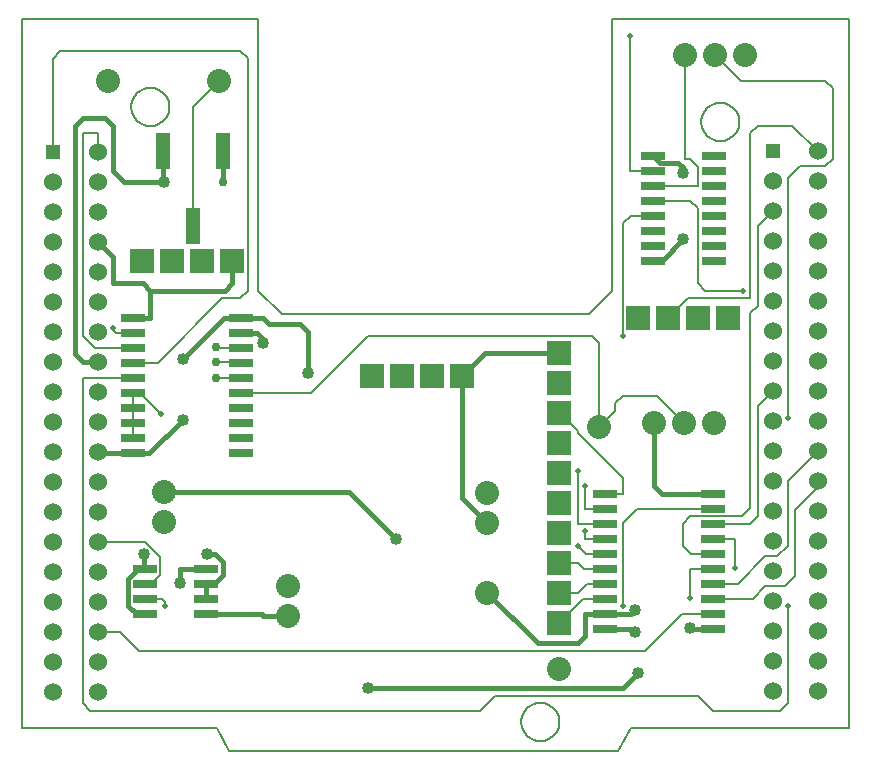
<source format=gbr>
G04 PROTEUS GERBER X2 FILE*
%TF.GenerationSoftware,Labcenter,Proteus,8.12-SP2-Build31155*%
%TF.CreationDate,2024-12-01T22:34:02+00:00*%
%TF.FileFunction,Copper,L1,Top*%
%TF.FilePolarity,Positive*%
%TF.Part,Single*%
%TF.SameCoordinates,{8af06a29-b4e8-4d9f-b474-ceea615e185d}*%
%FSLAX45Y45*%
%MOMM*%
G01*
%TA.AperFunction,Conductor*%
%ADD10C,0.381000*%
%ADD11C,0.203200*%
%TA.AperFunction,ViaPad*%
%ADD12C,1.016000*%
%ADD13C,0.762000*%
%ADD14C,0.508000*%
%TA.AperFunction,ComponentPad*%
%ADD15R,1.270000X1.270000*%
%ADD16C,1.524000*%
%TA.AperFunction,SMDPad,CuDef*%
%ADD17R,2.032000X0.635000*%
%TA.AperFunction,ComponentPad*%
%ADD18R,2.032000X2.032000*%
%TA.AperFunction,ComponentPad*%
%ADD19C,2.032000*%
%TA.AperFunction,SMDPad,CuDef*%
%ADD70R,1.270000X3.048000*%
%TA.AperFunction,Profile*%
%ADD71C,0.203200*%
%TD.AperFunction*%
D10*
X+641000Y+3098000D02*
X+515500Y+3098000D01*
X+452000Y+3161500D01*
X+452000Y+5095500D01*
X+515500Y+5159000D01*
X+706000Y+5159000D01*
X+769500Y+5095500D01*
X+769500Y+4714500D01*
X+864000Y+4620000D01*
X+1200000Y+4620000D01*
X+1196000Y+4624000D01*
X+1196000Y+4887500D01*
X+5600000Y+4700000D02*
X+5600000Y+4744158D01*
X+5558168Y+4785990D01*
X+5398160Y+4785990D01*
X+5339650Y+4844500D01*
X+2928500Y+333000D02*
X+5087500Y+333000D01*
X+5214500Y+460000D01*
X+1857200Y+3471500D02*
X+2039500Y+3471500D01*
X+2093195Y+3417805D01*
X+2357000Y+3417805D01*
X+2420500Y+3354305D01*
X+2420500Y+3000000D01*
X+5191419Y+808581D02*
X+5162919Y+837081D01*
X+4934219Y+837081D01*
X+1857200Y+3471500D02*
X+1790813Y+3471500D01*
X+1722000Y+3471500D01*
X+1360000Y+3120000D02*
X+1711500Y+3471500D01*
X+1722000Y+3471500D01*
X+1560350Y+1213500D02*
X+1560350Y+1086500D01*
X+1560350Y+1213500D02*
X+1623324Y+1213500D01*
X+1703040Y+1293216D01*
X+1703040Y+1401660D01*
X+1634700Y+1470000D01*
X+1570000Y+1470000D01*
D11*
X+1670000Y+5480000D02*
X+1450000Y+5260000D01*
X+1450000Y+4252500D01*
X+1640000Y+3220000D02*
X+1642500Y+3217500D01*
X+1811431Y+3217500D01*
X+1857200Y+3217500D01*
X+769500Y+3381000D02*
X+769500Y+3369900D01*
X+794900Y+3344500D01*
X+942800Y+3344500D01*
X+641000Y+1574000D02*
X+1037803Y+1574000D01*
X+1169872Y+1441931D01*
X+1169872Y+1297864D01*
X+1079019Y+1207011D01*
X+1047869Y+1207011D01*
X+1039650Y+1213500D01*
X+1214000Y+1031500D02*
X+1214000Y+1061100D01*
X+1188600Y+1086500D01*
X+1039650Y+1086500D01*
X+6103500Y+3698500D02*
X+5786000Y+3698500D01*
X+5722500Y+3762000D01*
X+5722500Y+4397000D01*
X+5656000Y+4463500D01*
X+5339650Y+4463500D01*
X+5087500Y+3317500D02*
X+5087500Y+4270000D01*
X+5154000Y+4336500D01*
X+5339650Y+4336500D01*
D10*
X+4934219Y+964081D02*
X+4770000Y+964081D01*
X+4770000Y+777500D01*
X+4706500Y+714000D01*
X+4366000Y+714000D01*
X+3940000Y+1140000D01*
X+1780000Y+3950000D02*
X+1780000Y+3762000D01*
X+1716500Y+3698500D01*
X+1087000Y+3698500D01*
X+5350000Y+2580000D02*
X+5350000Y+2047500D01*
X+5417419Y+1980081D01*
X+5848619Y+1980081D01*
X+1200000Y+2000000D02*
X+2770000Y+2000000D01*
X+3170000Y+1600000D01*
X+3940000Y+1730000D02*
X+3722000Y+1948000D01*
X+3722000Y+2980000D01*
X+4550000Y+3176000D02*
X+3918000Y+3176000D01*
X+3722000Y+2980000D01*
X+1087000Y+3698500D02*
X+1087000Y+3471500D01*
X+942800Y+3471500D01*
X+769500Y+3762000D02*
X+1023500Y+3762000D01*
X+1087000Y+3698500D01*
X+641000Y+4114000D02*
X+769500Y+3985500D01*
X+769500Y+3762000D01*
X+641000Y+2336000D02*
X+648500Y+2328500D01*
X+942800Y+2328500D01*
X+2039500Y+3254000D02*
X+2039500Y+3293700D01*
X+1988700Y+3344500D01*
X+1857200Y+3344500D01*
X+5818233Y+837081D02*
X+5786436Y+837081D01*
X+5662919Y+837081D01*
X+5659000Y+841000D01*
X+5848619Y+837081D02*
X+5818233Y+837081D01*
X+1700000Y+4620000D02*
X+1704000Y+4624000D01*
X+1704000Y+4887500D01*
X+4934219Y+964081D02*
X+5154081Y+964081D01*
X+5190000Y+1000000D01*
X+1039650Y+1340500D02*
X+980093Y+1340500D01*
X+901295Y+1261702D01*
X+901295Y+1032709D01*
X+974504Y+959500D01*
X+1039650Y+959500D01*
X+1039650Y+1340500D02*
X+1030000Y+1350150D01*
X+1030000Y+1470000D01*
X+5600000Y+4140000D02*
X+5415500Y+3955500D01*
X+5339650Y+3955500D01*
X+942800Y+2328500D02*
X+1078500Y+2328500D01*
X+1360000Y+2610000D01*
D11*
X+1640000Y+3100000D02*
X+1847700Y+3100000D01*
X+1857200Y+3090500D01*
X+641000Y+4876000D02*
X+641000Y+5032000D01*
X+515500Y+5032000D01*
X+515500Y+3317500D01*
X+615500Y+3217500D01*
X+942800Y+3217500D01*
D10*
X+2250000Y+950000D02*
X+2039500Y+950000D01*
X+2030000Y+959500D01*
X+1560350Y+959500D01*
X+1341000Y+1222000D02*
X+1341000Y+1340500D01*
X+1560350Y+1340500D01*
D11*
X+950000Y+2836500D02*
X+1003500Y+2836500D01*
X+1180000Y+2660000D02*
X+1003500Y+2836500D01*
X+942800Y+2836500D02*
X+950000Y+2836500D01*
X+942800Y+2836500D02*
X+942800Y+2709500D01*
X+942800Y+2582500D01*
X+942800Y+2455500D01*
X+1640000Y+2960000D02*
X+1853700Y+2960000D01*
X+1857200Y+2963500D01*
X+942800Y+3090500D02*
X+1150500Y+3090500D01*
X+1695000Y+3635000D01*
X+1849000Y+3635000D01*
X+1912500Y+3698500D01*
X+1912500Y+5667000D01*
X+1849000Y+5730500D01*
X+325000Y+5730500D01*
X+260000Y+5665500D01*
X+260000Y+4876000D01*
X+6737000Y+4880000D02*
X+6521500Y+5095500D01*
X+6230500Y+5095500D01*
X+6167000Y+5032000D01*
X+6167000Y+3635000D01*
X+5637000Y+3635000D01*
X+5472000Y+3470000D01*
X+4890000Y+2550000D02*
X+4890000Y+3254000D01*
X+4826500Y+3317500D01*
X+2928500Y+3317500D01*
X+2447500Y+2836500D01*
X+1857200Y+2836500D01*
X+4890000Y+2550000D02*
X+5024000Y+2684000D01*
X+5024000Y+2746000D01*
X+5087500Y+2809500D01*
X+5374500Y+2809500D01*
X+5604000Y+2580000D01*
X+6484500Y+1031500D02*
X+6484500Y+206000D01*
X+6421000Y+142500D01*
X+5849500Y+142500D01*
X+5722500Y+269500D01*
X+4008000Y+269500D01*
X+3881000Y+142500D01*
X+579000Y+142500D01*
X+515500Y+206000D01*
X+515500Y+2963500D01*
X+942800Y+2963500D01*
X+641000Y+812000D02*
X+833000Y+812000D01*
X+994500Y+650500D01*
X+5278000Y+650500D01*
X+5591581Y+964081D01*
X+5848619Y+964081D01*
X+4550000Y+890000D02*
X+4751081Y+1091081D01*
X+4934219Y+1091081D01*
X+6682500Y+1982500D02*
X+6548000Y+1848000D01*
X+6548000Y+1285500D01*
X+6459500Y+1197000D01*
X+6294000Y+1197000D01*
X+6188081Y+1091081D01*
X+5848619Y+1091081D01*
X+6682500Y+1982500D02*
X+6737000Y+2037000D01*
X+6737000Y+2086000D01*
X+4550000Y+1144000D02*
X+4706500Y+1144000D01*
X+4780581Y+1218081D01*
X+4934219Y+1218081D01*
X+6737000Y+2340000D02*
X+6484500Y+2087500D01*
X+6484500Y+1539500D01*
X+6396000Y+1451000D01*
X+6294000Y+1451000D01*
X+6061081Y+1218081D01*
X+5848619Y+1218081D01*
X+4550000Y+1398000D02*
X+4706500Y+1398000D01*
X+4759419Y+1345081D01*
X+4934219Y+1345081D01*
X+5659000Y+1095000D02*
X+5659000Y+1345081D01*
X+5848619Y+1345081D01*
X+4706500Y+1539500D02*
X+4773919Y+1472081D01*
X+4934219Y+1472081D01*
X+6356000Y+4372000D02*
X+6230500Y+4246500D01*
X+6230500Y+3571500D01*
X+6167000Y+3508000D01*
X+6167000Y+1857000D01*
X+6099581Y+1789581D01*
X+5659000Y+1789581D01*
X+5595500Y+1726081D01*
X+5595500Y+1539500D01*
X+5662919Y+1472081D01*
X+5848619Y+1472081D01*
X+4770000Y+1666500D02*
X+4770000Y+1599081D01*
X+4934219Y+1599081D01*
X+6040000Y+1349000D02*
X+6040000Y+1599081D01*
X+5848619Y+1599081D01*
X+4706500Y+2174500D02*
X+4706500Y+1726081D01*
X+4934219Y+1726081D01*
X+6356000Y+2848000D02*
X+6230500Y+2722500D01*
X+6230500Y+1793500D01*
X+6163081Y+1726081D01*
X+5848619Y+1726081D01*
X+4770000Y+2047500D02*
X+4770000Y+1853081D01*
X+4934219Y+1853081D01*
X+5087500Y+1031500D02*
X+5087500Y+1730000D01*
X+5210581Y+1853081D01*
X+5848619Y+1853081D01*
X+4550000Y+2668000D02*
X+4706500Y+2511500D01*
X+4706500Y+2492000D01*
X+5087500Y+2111000D01*
X+5087500Y+1980081D01*
X+4934219Y+1980081D01*
X+6484500Y+2619000D02*
X+6484500Y+4651000D01*
X+6586500Y+4753000D01*
X+6802000Y+4753000D01*
X+6865500Y+4816500D01*
X+6865500Y+5413000D01*
X+6802000Y+5476500D01*
X+6089500Y+5476500D01*
X+5866000Y+5700000D01*
X+5151000Y+5857500D02*
X+5151000Y+4717500D01*
X+5339650Y+4717500D01*
X+5612000Y+4812000D02*
X+5659000Y+4812000D01*
X+5722500Y+4748500D01*
X+5722500Y+4590500D01*
X+5339650Y+4590500D01*
X+5612000Y+4812000D02*
X+5612000Y+5700000D01*
D12*
X+1200000Y+4620000D03*
X+5600000Y+4700000D03*
X+5214500Y+460000D03*
X+2928500Y+333000D03*
X+2420500Y+3000000D03*
X+5191419Y+808581D03*
X+1360000Y+3120000D03*
X+1570000Y+1470000D03*
D13*
X+1640000Y+3220000D03*
D14*
X+769500Y+3381000D03*
X+1214000Y+1031500D03*
X+6103500Y+3698500D03*
X+5087500Y+3317500D03*
D12*
X+5659000Y+841000D03*
X+2039500Y+3254000D03*
X+3170000Y+1600000D03*
D13*
X+1700000Y+4620000D03*
D12*
X+5190000Y+1000000D03*
X+1030000Y+1470000D03*
X+5600000Y+4140000D03*
X+1360000Y+2610000D03*
D13*
X+1640000Y+3100000D03*
D12*
X+1341000Y+1222000D03*
D14*
X+1180000Y+2660000D03*
D13*
X+1640000Y+2960000D03*
D14*
X+6484500Y+1031500D03*
X+5659000Y+1095000D03*
X+4706500Y+1539500D03*
X+4770000Y+1666500D03*
X+6040000Y+1349000D03*
X+4706500Y+2174500D03*
X+4770000Y+2047500D03*
X+5087500Y+1031500D03*
X+6484500Y+2619000D03*
X+5151000Y+5857500D03*
D15*
X+260000Y+4876000D03*
D16*
X+641000Y+4876000D03*
X+260000Y+4622000D03*
X+641000Y+4622000D03*
X+260000Y+4368000D03*
X+641000Y+4368000D03*
X+260000Y+4114000D03*
X+641000Y+4114000D03*
X+260000Y+3860000D03*
X+641000Y+3860000D03*
X+260000Y+3606000D03*
X+641000Y+3606000D03*
X+260000Y+3352000D03*
X+641000Y+3352000D03*
X+260000Y+3098000D03*
X+641000Y+3098000D03*
X+260000Y+2844000D03*
X+641000Y+2844000D03*
X+260000Y+2590000D03*
X+641000Y+2590000D03*
X+260000Y+2336000D03*
X+641000Y+2336000D03*
X+260000Y+2082000D03*
X+641000Y+2082000D03*
X+260000Y+1828000D03*
X+641000Y+1828000D03*
X+260000Y+1574000D03*
X+641000Y+1574000D03*
X+260000Y+1320000D03*
X+641000Y+1320000D03*
X+260000Y+1066000D03*
X+641000Y+1066000D03*
X+260000Y+812000D03*
X+641000Y+812000D03*
X+260000Y+558000D03*
X+641000Y+558000D03*
X+260000Y+304000D03*
X+641000Y+304000D03*
D15*
X+6356000Y+4880000D03*
D16*
X+6737000Y+4880000D03*
X+6356000Y+4626000D03*
X+6737000Y+4626000D03*
X+6356000Y+4372000D03*
X+6737000Y+4372000D03*
X+6356000Y+4118000D03*
X+6737000Y+4118000D03*
X+6356000Y+3864000D03*
X+6737000Y+3864000D03*
X+6356000Y+3610000D03*
X+6737000Y+3610000D03*
X+6356000Y+3356000D03*
X+6737000Y+3356000D03*
X+6356000Y+3102000D03*
X+6737000Y+3102000D03*
X+6356000Y+2848000D03*
X+6737000Y+2848000D03*
X+6356000Y+2594000D03*
X+6737000Y+2594000D03*
X+6356000Y+2340000D03*
X+6737000Y+2340000D03*
X+6356000Y+2086000D03*
X+6737000Y+2086000D03*
X+6356000Y+1832000D03*
X+6737000Y+1832000D03*
X+6356000Y+1578000D03*
X+6737000Y+1578000D03*
X+6356000Y+1324000D03*
X+6737000Y+1324000D03*
X+6356000Y+1070000D03*
X+6737000Y+1070000D03*
X+6356000Y+816000D03*
X+6737000Y+816000D03*
X+6356000Y+562000D03*
X+6737000Y+562000D03*
X+6356000Y+308000D03*
X+6737000Y+308000D03*
D17*
X+5848619Y+837081D03*
X+5848619Y+964081D03*
X+5848619Y+1091081D03*
X+5848619Y+1218081D03*
X+5848619Y+1345081D03*
X+5848619Y+1472081D03*
X+5848619Y+1599081D03*
X+5848619Y+1726081D03*
X+5848619Y+1853081D03*
X+5848619Y+1980081D03*
X+4934219Y+1980081D03*
X+4934219Y+1853081D03*
X+4934219Y+1726081D03*
X+4934219Y+1599081D03*
X+4934219Y+1472081D03*
X+4934219Y+1345081D03*
X+4934219Y+1218081D03*
X+4934219Y+1091081D03*
X+4934219Y+964081D03*
X+4934219Y+837081D03*
D18*
X+4550000Y+890000D03*
X+4550000Y+1144000D03*
X+4550000Y+1398000D03*
X+4550000Y+1652000D03*
X+4550000Y+1906000D03*
X+4550000Y+2160000D03*
X+4550000Y+2414000D03*
X+4550000Y+2668000D03*
X+4550000Y+2922000D03*
X+4550000Y+3176000D03*
D19*
X+1200000Y+2000000D03*
X+1200000Y+1746000D03*
X+3940000Y+1730000D03*
X+3940000Y+1984000D03*
D17*
X+1560350Y+959500D03*
X+1560350Y+1086500D03*
X+1560350Y+1213500D03*
X+1560350Y+1340500D03*
X+1039650Y+1340500D03*
X+1039650Y+1213500D03*
X+1039650Y+1086500D03*
X+1039650Y+959500D03*
D19*
X+2250000Y+950000D03*
X+2250000Y+1204000D03*
D70*
X+1704000Y+4887500D03*
X+1196000Y+4887500D03*
X+1450000Y+4252500D03*
D17*
X+942800Y+3471500D03*
X+942800Y+3344500D03*
X+942800Y+3217500D03*
X+942800Y+3090500D03*
X+942800Y+2963500D03*
X+942800Y+2836500D03*
X+942800Y+2709500D03*
X+942800Y+2582500D03*
X+942800Y+2455500D03*
X+942800Y+2328500D03*
X+1857200Y+2328500D03*
X+1857200Y+2455500D03*
X+1857200Y+2582500D03*
X+1857200Y+2709500D03*
X+1857200Y+2836500D03*
X+1857200Y+2963500D03*
X+1857200Y+3090500D03*
X+1857200Y+3217500D03*
X+1857200Y+3344500D03*
X+1857200Y+3471500D03*
X+5339650Y+4844500D03*
X+5339650Y+4717500D03*
X+5339650Y+4590500D03*
X+5339650Y+4463500D03*
X+5339650Y+4336500D03*
X+5339650Y+4209500D03*
X+5339650Y+4082500D03*
X+5339650Y+3955500D03*
X+5860350Y+3955500D03*
X+5860350Y+4082500D03*
X+5860350Y+4209500D03*
X+5860350Y+4336500D03*
X+5860350Y+4463500D03*
X+5860350Y+4590500D03*
X+5860350Y+4717500D03*
X+5860350Y+4844500D03*
D18*
X+3722000Y+2980000D03*
X+3468000Y+2980000D03*
X+3214000Y+2980000D03*
X+2960000Y+2980000D03*
X+1780000Y+3950000D03*
X+1526000Y+3950000D03*
X+1272000Y+3950000D03*
X+1018000Y+3950000D03*
X+5980000Y+3470000D03*
X+5726000Y+3470000D03*
X+5472000Y+3470000D03*
X+5218000Y+3470000D03*
D19*
X+6120000Y+5700000D03*
X+5866000Y+5700000D03*
X+5612000Y+5700000D03*
X+5350000Y+2580000D03*
X+5604000Y+2580000D03*
X+5858000Y+2580000D03*
X+3940000Y+1140000D03*
X+4550000Y+500000D03*
X+730000Y+5480000D03*
X+1670000Y+5480000D03*
X+4890000Y+2550000D03*
D71*
X+0Y+0D02*
X+1650000Y+0D01*
X+7000000Y+0D02*
X+7000000Y+6000000D01*
X+5000000Y+6000000D01*
X+5000000Y+3700000D01*
X+4800000Y+3500000D01*
X+2200000Y+3500000D01*
X+2000000Y+3700000D02*
X+2000000Y+6000000D01*
X+0Y+6000000D01*
X+0Y+0D01*
X+2000000Y+3700000D02*
X+2200000Y+3500000D01*
X+5160000Y+0D02*
X+7000000Y+0D01*
X+1750000Y-200000D02*
X+5050000Y-200000D01*
X+1650000Y+0D02*
X+1750000Y-200000D01*
X+5160000Y+0D02*
X+5050000Y-200000D01*
X+4550045Y+50000D02*
X+4549508Y+63142D01*
X+4545144Y+89427D01*
X+4536029Y+115712D01*
X+4521182Y+141997D01*
X+4498470Y+168118D01*
X+4472185Y+187898D01*
X+4445900Y+200658D01*
X+4419615Y+208108D01*
X+4393330Y+210987D01*
X+4389000Y+211045D01*
X+4227955Y+50000D02*
X+4228492Y+63142D01*
X+4232856Y+89427D01*
X+4241971Y+115712D01*
X+4256818Y+141997D01*
X+4279530Y+168118D01*
X+4305815Y+187898D01*
X+4332100Y+200658D01*
X+4358385Y+208108D01*
X+4384670Y+210987D01*
X+4389000Y+211045D01*
X+4227955Y+50000D02*
X+4228492Y+36858D01*
X+4232856Y+10573D01*
X+4241971Y-15712D01*
X+4256818Y-41997D01*
X+4279530Y-68118D01*
X+4305815Y-87898D01*
X+4332100Y-100658D01*
X+4358385Y-108108D01*
X+4384670Y-110987D01*
X+4389000Y-111045D01*
X+4550045Y+50000D02*
X+4549508Y+36858D01*
X+4545144Y+10573D01*
X+4536029Y-15712D01*
X+4521182Y-41997D01*
X+4498470Y-68118D01*
X+4472185Y-87898D01*
X+4445900Y-100658D01*
X+4419615Y-108108D01*
X+4393330Y-110987D01*
X+4389000Y-111045D01*
X+6074045Y+5130000D02*
X+6073508Y+5143142D01*
X+6069144Y+5169427D01*
X+6060029Y+5195712D01*
X+6045182Y+5221997D01*
X+6022470Y+5248118D01*
X+5996185Y+5267898D01*
X+5969900Y+5280658D01*
X+5943615Y+5288108D01*
X+5917330Y+5290987D01*
X+5913000Y+5291045D01*
X+5751955Y+5130000D02*
X+5752492Y+5143142D01*
X+5756856Y+5169427D01*
X+5765971Y+5195712D01*
X+5780818Y+5221997D01*
X+5803530Y+5248118D01*
X+5829815Y+5267898D01*
X+5856100Y+5280658D01*
X+5882385Y+5288108D01*
X+5908670Y+5290987D01*
X+5913000Y+5291045D01*
X+5751955Y+5130000D02*
X+5752492Y+5116858D01*
X+5756856Y+5090573D01*
X+5765971Y+5064288D01*
X+5780818Y+5038003D01*
X+5803530Y+5011882D01*
X+5829815Y+4992102D01*
X+5856100Y+4979342D01*
X+5882385Y+4971892D01*
X+5908670Y+4969013D01*
X+5913000Y+4968955D01*
X+6074045Y+5130000D02*
X+6073508Y+5116858D01*
X+6069144Y+5090573D01*
X+6060029Y+5064288D01*
X+6045182Y+5038003D01*
X+6022470Y+5011882D01*
X+5996185Y+4992102D01*
X+5969900Y+4979342D01*
X+5943615Y+4971892D01*
X+5917330Y+4969013D01*
X+5913000Y+4968955D01*
X+1248045Y+5257000D02*
X+1247508Y+5270142D01*
X+1243144Y+5296427D01*
X+1234029Y+5322712D01*
X+1219182Y+5348997D01*
X+1196470Y+5375118D01*
X+1170185Y+5394898D01*
X+1143900Y+5407658D01*
X+1117615Y+5415108D01*
X+1091330Y+5417987D01*
X+1087000Y+5418045D01*
X+925955Y+5257000D02*
X+926492Y+5270142D01*
X+930856Y+5296427D01*
X+939971Y+5322712D01*
X+954818Y+5348997D01*
X+977530Y+5375118D01*
X+1003815Y+5394898D01*
X+1030100Y+5407658D01*
X+1056385Y+5415108D01*
X+1082670Y+5417987D01*
X+1087000Y+5418045D01*
X+925955Y+5257000D02*
X+926492Y+5243858D01*
X+930856Y+5217573D01*
X+939971Y+5191288D01*
X+954818Y+5165003D01*
X+977530Y+5138882D01*
X+1003815Y+5119102D01*
X+1030100Y+5106342D01*
X+1056385Y+5098892D01*
X+1082670Y+5096013D01*
X+1087000Y+5095955D01*
X+1248045Y+5257000D02*
X+1247508Y+5243858D01*
X+1243144Y+5217573D01*
X+1234029Y+5191288D01*
X+1219182Y+5165003D01*
X+1196470Y+5138882D01*
X+1170185Y+5119102D01*
X+1143900Y+5106342D01*
X+1117615Y+5098892D01*
X+1091330Y+5096013D01*
X+1087000Y+5095955D01*
M02*

</source>
